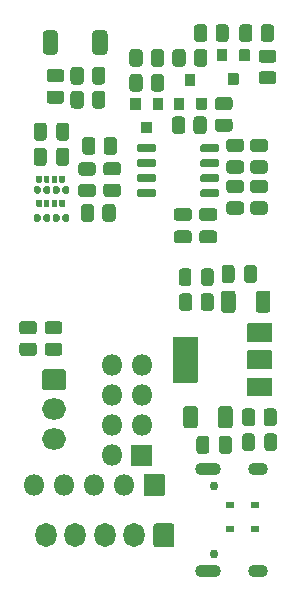
<source format=gbr>
G04 #@! TF.GenerationSoftware,KiCad,Pcbnew,5.1.8*
G04 #@! TF.CreationDate,2020-12-10T12:55:43+01:00*
G04 #@! TF.ProjectId,weather_station,77656174-6865-4725-9f73-746174696f6e,rev?*
G04 #@! TF.SameCoordinates,Original*
G04 #@! TF.FileFunction,Soldermask,Bot*
G04 #@! TF.FilePolarity,Negative*
%FSLAX46Y46*%
G04 Gerber Fmt 4.6, Leading zero omitted, Abs format (unit mm)*
G04 Created by KiCad (PCBNEW 5.1.8) date 2020-12-10 12:55:43*
%MOMM*%
%LPD*%
G01*
G04 APERTURE LIST*
%ADD10O,1.800000X2.050000*%
%ADD11C,0.750000*%
%ADD12O,1.700000X1.100000*%
%ADD13O,2.200000X1.100000*%
%ADD14O,1.800000X1.800000*%
%ADD15O,2.050000X1.800000*%
G04 APERTURE END LIST*
G36*
G01*
X141410000Y-99690000D02*
X141410000Y-100690000D01*
G75*
G02*
X141135000Y-100965000I-275000J0D01*
G01*
X140585000Y-100965000D01*
G75*
G02*
X140310000Y-100690000I0J275000D01*
G01*
X140310000Y-99690000D01*
G75*
G02*
X140585000Y-99415000I275000J0D01*
G01*
X141135000Y-99415000D01*
G75*
G02*
X141410000Y-99690000I0J-275000D01*
G01*
G37*
G36*
G01*
X143310000Y-99690000D02*
X143310000Y-100690000D01*
G75*
G02*
X143035000Y-100965000I-275000J0D01*
G01*
X142485000Y-100965000D01*
G75*
G02*
X142210000Y-100690000I0J275000D01*
G01*
X142210000Y-99690000D01*
G75*
G02*
X142485000Y-99415000I275000J0D01*
G01*
X143035000Y-99415000D01*
G75*
G02*
X143310000Y-99690000I0J-275000D01*
G01*
G37*
G36*
G01*
X140320000Y-105525000D02*
X140320000Y-105200000D01*
G75*
G02*
X140470000Y-105050000I150000J0D01*
G01*
X140770000Y-105050000D01*
G75*
G02*
X140920000Y-105200000I0J-150000D01*
G01*
X140920000Y-105525000D01*
G75*
G02*
X140770000Y-105675000I-150000J0D01*
G01*
X140470000Y-105675000D01*
G75*
G02*
X140320000Y-105525000I0J150000D01*
G01*
G37*
G36*
G01*
X141120000Y-105525000D02*
X141120000Y-105200000D01*
G75*
G02*
X141270000Y-105050000I150000J0D01*
G01*
X141570000Y-105050000D01*
G75*
G02*
X141720000Y-105200000I0J-150000D01*
G01*
X141720000Y-105525000D01*
G75*
G02*
X141570000Y-105675000I-150000J0D01*
G01*
X141270000Y-105675000D01*
G75*
G02*
X141120000Y-105525000I0J150000D01*
G01*
G37*
G36*
G01*
X141920000Y-105525000D02*
X141920000Y-105200000D01*
G75*
G02*
X142070000Y-105050000I150000J0D01*
G01*
X142370000Y-105050000D01*
G75*
G02*
X142520000Y-105200000I0J-150000D01*
G01*
X142520000Y-105525000D01*
G75*
G02*
X142370000Y-105675000I-150000J0D01*
G01*
X142070000Y-105675000D01*
G75*
G02*
X141920000Y-105525000I0J150000D01*
G01*
G37*
G36*
G01*
X142720000Y-105525000D02*
X142720000Y-105200000D01*
G75*
G02*
X142870000Y-105050000I150000J0D01*
G01*
X143170000Y-105050000D01*
G75*
G02*
X143320000Y-105200000I0J-150000D01*
G01*
X143320000Y-105525000D01*
G75*
G02*
X143170000Y-105675000I-150000J0D01*
G01*
X142870000Y-105675000D01*
G75*
G02*
X142720000Y-105525000I0J150000D01*
G01*
G37*
G36*
G01*
X142720000Y-103150000D02*
X142720000Y-102825000D01*
G75*
G02*
X142870000Y-102675000I150000J0D01*
G01*
X143170000Y-102675000D01*
G75*
G02*
X143320000Y-102825000I0J-150000D01*
G01*
X143320000Y-103150000D01*
G75*
G02*
X143170000Y-103300000I-150000J0D01*
G01*
X142870000Y-103300000D01*
G75*
G02*
X142720000Y-103150000I0J150000D01*
G01*
G37*
G36*
G01*
X141920000Y-103150000D02*
X141920000Y-102825000D01*
G75*
G02*
X142070000Y-102675000I150000J0D01*
G01*
X142370000Y-102675000D01*
G75*
G02*
X142520000Y-102825000I0J-150000D01*
G01*
X142520000Y-103150000D01*
G75*
G02*
X142370000Y-103300000I-150000J0D01*
G01*
X142070000Y-103300000D01*
G75*
G02*
X141920000Y-103150000I0J150000D01*
G01*
G37*
G36*
G01*
X141120000Y-103150000D02*
X141120000Y-102825000D01*
G75*
G02*
X141270000Y-102675000I150000J0D01*
G01*
X141570000Y-102675000D01*
G75*
G02*
X141720000Y-102825000I0J-150000D01*
G01*
X141720000Y-103150000D01*
G75*
G02*
X141570000Y-103300000I-150000J0D01*
G01*
X141270000Y-103300000D01*
G75*
G02*
X141120000Y-103150000I0J150000D01*
G01*
G37*
G36*
G01*
X140320000Y-103150000D02*
X140320000Y-102825000D01*
G75*
G02*
X140470000Y-102675000I150000J0D01*
G01*
X140770000Y-102675000D01*
G75*
G02*
X140920000Y-102825000I0J-150000D01*
G01*
X140920000Y-103150000D01*
G75*
G02*
X140770000Y-103300000I-150000J0D01*
G01*
X140470000Y-103300000D01*
G75*
G02*
X140320000Y-103150000I0J150000D01*
G01*
G37*
G36*
G01*
X152230000Y-131479705D02*
X152230000Y-133000295D01*
G75*
G02*
X151965295Y-133265000I-264705J0D01*
G01*
X150694705Y-133265000D01*
G75*
G02*
X150430000Y-133000295I0J264705D01*
G01*
X150430000Y-131479705D01*
G75*
G02*
X150694705Y-131215000I264705J0D01*
G01*
X151965295Y-131215000D01*
G75*
G02*
X152230000Y-131479705I0J-264705D01*
G01*
G37*
D10*
X148830000Y-132240000D03*
X146330000Y-132240000D03*
X143830000Y-132240000D03*
X141330000Y-132240000D03*
G36*
G01*
X157270000Y-131495000D02*
X157270000Y-131945000D01*
G75*
G02*
X157220000Y-131995000I-50000J0D01*
G01*
X156620000Y-131995000D01*
G75*
G02*
X156570000Y-131945000I0J50000D01*
G01*
X156570000Y-131495000D01*
G75*
G02*
X156620000Y-131445000I50000J0D01*
G01*
X157220000Y-131445000D01*
G75*
G02*
X157270000Y-131495000I0J-50000D01*
G01*
G37*
G36*
G01*
X159370000Y-131495000D02*
X159370000Y-131945000D01*
G75*
G02*
X159320000Y-131995000I-50000J0D01*
G01*
X158720000Y-131995000D01*
G75*
G02*
X158670000Y-131945000I0J50000D01*
G01*
X158670000Y-131495000D01*
G75*
G02*
X158720000Y-131445000I50000J0D01*
G01*
X159320000Y-131445000D01*
G75*
G02*
X159370000Y-131495000I0J-50000D01*
G01*
G37*
G36*
G01*
X141070000Y-91235000D02*
X141070000Y-89785000D01*
G75*
G02*
X141395000Y-89460000I325000J0D01*
G01*
X142045000Y-89460000D01*
G75*
G02*
X142370000Y-89785000I0J-325000D01*
G01*
X142370000Y-91235000D01*
G75*
G02*
X142045000Y-91560000I-325000J0D01*
G01*
X141395000Y-91560000D01*
G75*
G02*
X141070000Y-91235000I0J325000D01*
G01*
G37*
G36*
G01*
X145270000Y-91235000D02*
X145270000Y-89785000D01*
G75*
G02*
X145595000Y-89460000I325000J0D01*
G01*
X146245000Y-89460000D01*
G75*
G02*
X146570000Y-89785000I0J-325000D01*
G01*
X146570000Y-91235000D01*
G75*
G02*
X146245000Y-91560000I-325000J0D01*
G01*
X145595000Y-91560000D01*
G75*
G02*
X145270000Y-91235000I0J325000D01*
G01*
G37*
G36*
G01*
X154385000Y-103450000D02*
X154385000Y-103100000D01*
G75*
G02*
X154560000Y-102925000I175000J0D01*
G01*
X155860000Y-102925000D01*
G75*
G02*
X156035000Y-103100000I0J-175000D01*
G01*
X156035000Y-103450000D01*
G75*
G02*
X155860000Y-103625000I-175000J0D01*
G01*
X154560000Y-103625000D01*
G75*
G02*
X154385000Y-103450000I0J175000D01*
G01*
G37*
G36*
G01*
X154385000Y-102180000D02*
X154385000Y-101830000D01*
G75*
G02*
X154560000Y-101655000I175000J0D01*
G01*
X155860000Y-101655000D01*
G75*
G02*
X156035000Y-101830000I0J-175000D01*
G01*
X156035000Y-102180000D01*
G75*
G02*
X155860000Y-102355000I-175000J0D01*
G01*
X154560000Y-102355000D01*
G75*
G02*
X154385000Y-102180000I0J175000D01*
G01*
G37*
G36*
G01*
X154385000Y-100910000D02*
X154385000Y-100560000D01*
G75*
G02*
X154560000Y-100385000I175000J0D01*
G01*
X155860000Y-100385000D01*
G75*
G02*
X156035000Y-100560000I0J-175000D01*
G01*
X156035000Y-100910000D01*
G75*
G02*
X155860000Y-101085000I-175000J0D01*
G01*
X154560000Y-101085000D01*
G75*
G02*
X154385000Y-100910000I0J175000D01*
G01*
G37*
G36*
G01*
X154385000Y-99640000D02*
X154385000Y-99290000D01*
G75*
G02*
X154560000Y-99115000I175000J0D01*
G01*
X155860000Y-99115000D01*
G75*
G02*
X156035000Y-99290000I0J-175000D01*
G01*
X156035000Y-99640000D01*
G75*
G02*
X155860000Y-99815000I-175000J0D01*
G01*
X154560000Y-99815000D01*
G75*
G02*
X154385000Y-99640000I0J175000D01*
G01*
G37*
G36*
G01*
X149035000Y-99640000D02*
X149035000Y-99290000D01*
G75*
G02*
X149210000Y-99115000I175000J0D01*
G01*
X150510000Y-99115000D01*
G75*
G02*
X150685000Y-99290000I0J-175000D01*
G01*
X150685000Y-99640000D01*
G75*
G02*
X150510000Y-99815000I-175000J0D01*
G01*
X149210000Y-99815000D01*
G75*
G02*
X149035000Y-99640000I0J175000D01*
G01*
G37*
G36*
G01*
X149035000Y-100910000D02*
X149035000Y-100560000D01*
G75*
G02*
X149210000Y-100385000I175000J0D01*
G01*
X150510000Y-100385000D01*
G75*
G02*
X150685000Y-100560000I0J-175000D01*
G01*
X150685000Y-100910000D01*
G75*
G02*
X150510000Y-101085000I-175000J0D01*
G01*
X149210000Y-101085000D01*
G75*
G02*
X149035000Y-100910000I0J175000D01*
G01*
G37*
G36*
G01*
X149035000Y-102180000D02*
X149035000Y-101830000D01*
G75*
G02*
X149210000Y-101655000I175000J0D01*
G01*
X150510000Y-101655000D01*
G75*
G02*
X150685000Y-101830000I0J-175000D01*
G01*
X150685000Y-102180000D01*
G75*
G02*
X150510000Y-102355000I-175000J0D01*
G01*
X149210000Y-102355000D01*
G75*
G02*
X149035000Y-102180000I0J175000D01*
G01*
G37*
G36*
G01*
X149035000Y-103450000D02*
X149035000Y-103100000D01*
G75*
G02*
X149210000Y-102925000I175000J0D01*
G01*
X150510000Y-102925000D01*
G75*
G02*
X150685000Y-103100000I0J-175000D01*
G01*
X150685000Y-103450000D01*
G75*
G02*
X150510000Y-103625000I-175000J0D01*
G01*
X149210000Y-103625000D01*
G75*
G02*
X149035000Y-103450000I0J175000D01*
G01*
G37*
D11*
X155595000Y-133860000D03*
X155595000Y-128080000D03*
D12*
X159275000Y-126650000D03*
X159275000Y-135290000D03*
D13*
X155095000Y-126650000D03*
X155095000Y-135290000D03*
G36*
G01*
X154185000Y-115480000D02*
X154185000Y-119280000D01*
G75*
G02*
X154135000Y-119330000I-50000J0D01*
G01*
X152135000Y-119330000D01*
G75*
G02*
X152085000Y-119280000I0J50000D01*
G01*
X152085000Y-115480000D01*
G75*
G02*
X152135000Y-115430000I50000J0D01*
G01*
X154135000Y-115430000D01*
G75*
G02*
X154185000Y-115480000I0J-50000D01*
G01*
G37*
G36*
G01*
X160485000Y-116630000D02*
X160485000Y-118130000D01*
G75*
G02*
X160435000Y-118180000I-50000J0D01*
G01*
X158435000Y-118180000D01*
G75*
G02*
X158385000Y-118130000I0J50000D01*
G01*
X158385000Y-116630000D01*
G75*
G02*
X158435000Y-116580000I50000J0D01*
G01*
X160435000Y-116580000D01*
G75*
G02*
X160485000Y-116630000I0J-50000D01*
G01*
G37*
G36*
G01*
X160485000Y-118930000D02*
X160485000Y-120430000D01*
G75*
G02*
X160435000Y-120480000I-50000J0D01*
G01*
X158435000Y-120480000D01*
G75*
G02*
X158385000Y-120430000I0J50000D01*
G01*
X158385000Y-118930000D01*
G75*
G02*
X158435000Y-118880000I50000J0D01*
G01*
X160435000Y-118880000D01*
G75*
G02*
X160485000Y-118930000I0J-50000D01*
G01*
G37*
G36*
G01*
X160485000Y-114330000D02*
X160485000Y-115830000D01*
G75*
G02*
X160435000Y-115880000I-50000J0D01*
G01*
X158435000Y-115880000D01*
G75*
G02*
X158385000Y-115830000I0J50000D01*
G01*
X158385000Y-114330000D01*
G75*
G02*
X158435000Y-114280000I50000J0D01*
G01*
X160435000Y-114280000D01*
G75*
G02*
X160485000Y-114330000I0J-50000D01*
G01*
G37*
G36*
G01*
X150365000Y-124605000D02*
X150365000Y-126305000D01*
G75*
G02*
X150315000Y-126355000I-50000J0D01*
G01*
X148615000Y-126355000D01*
G75*
G02*
X148565000Y-126305000I0J50000D01*
G01*
X148565000Y-124605000D01*
G75*
G02*
X148615000Y-124555000I50000J0D01*
G01*
X150315000Y-124555000D01*
G75*
G02*
X150365000Y-124605000I0J-50000D01*
G01*
G37*
D14*
X146925000Y-125455000D03*
X149465000Y-122915000D03*
X146925000Y-122915000D03*
X149465000Y-120375000D03*
X146925000Y-120375000D03*
X149465000Y-117835000D03*
X146925000Y-117835000D03*
G36*
G01*
X151360000Y-128880000D02*
X149660000Y-128880000D01*
G75*
G02*
X149610000Y-128830000I0J50000D01*
G01*
X149610000Y-127130000D01*
G75*
G02*
X149660000Y-127080000I50000J0D01*
G01*
X151360000Y-127080000D01*
G75*
G02*
X151410000Y-127130000I0J-50000D01*
G01*
X151410000Y-128830000D01*
G75*
G02*
X151360000Y-128880000I-50000J0D01*
G01*
G37*
X147970000Y-127980000D03*
X145430000Y-127980000D03*
X142890000Y-127980000D03*
X140350000Y-127980000D03*
G36*
G01*
X152015000Y-97985612D02*
X152015000Y-97034388D01*
G75*
G02*
X152289388Y-96760000I274388J0D01*
G01*
X152865612Y-96760000D01*
G75*
G02*
X153140000Y-97034388I0J-274388D01*
G01*
X153140000Y-97985612D01*
G75*
G02*
X152865612Y-98260000I-274388J0D01*
G01*
X152289388Y-98260000D01*
G75*
G02*
X152015000Y-97985612I0J274388D01*
G01*
G37*
G36*
G01*
X153840000Y-97985612D02*
X153840000Y-97034388D01*
G75*
G02*
X154114388Y-96760000I274388J0D01*
G01*
X154690612Y-96760000D01*
G75*
G02*
X154965000Y-97034388I0J-274388D01*
G01*
X154965000Y-97985612D01*
G75*
G02*
X154690612Y-98260000I-274388J0D01*
G01*
X154114388Y-98260000D01*
G75*
G02*
X153840000Y-97985612I0J274388D01*
G01*
G37*
G36*
G01*
X159380000Y-129445000D02*
X159380000Y-129895000D01*
G75*
G02*
X159330000Y-129945000I-50000J0D01*
G01*
X158730000Y-129945000D01*
G75*
G02*
X158680000Y-129895000I0J50000D01*
G01*
X158680000Y-129445000D01*
G75*
G02*
X158730000Y-129395000I50000J0D01*
G01*
X159330000Y-129395000D01*
G75*
G02*
X159380000Y-129445000I0J-50000D01*
G01*
G37*
G36*
G01*
X157280000Y-129445000D02*
X157280000Y-129895000D01*
G75*
G02*
X157230000Y-129945000I-50000J0D01*
G01*
X156630000Y-129945000D01*
G75*
G02*
X156580000Y-129895000I0J50000D01*
G01*
X156580000Y-129445000D01*
G75*
G02*
X156630000Y-129395000I50000J0D01*
G01*
X157230000Y-129395000D01*
G75*
G02*
X157280000Y-129445000I0J-50000D01*
G01*
G37*
G36*
G01*
X159840000Y-124841250D02*
X159840000Y-123878750D01*
G75*
G02*
X160108750Y-123610000I268750J0D01*
G01*
X160646250Y-123610000D01*
G75*
G02*
X160915000Y-123878750I0J-268750D01*
G01*
X160915000Y-124841250D01*
G75*
G02*
X160646250Y-125110000I-268750J0D01*
G01*
X160108750Y-125110000D01*
G75*
G02*
X159840000Y-124841250I0J268750D01*
G01*
G37*
G36*
G01*
X157965000Y-124841250D02*
X157965000Y-123878750D01*
G75*
G02*
X158233750Y-123610000I268750J0D01*
G01*
X158771250Y-123610000D01*
G75*
G02*
X159040000Y-123878750I0J-268750D01*
G01*
X159040000Y-124841250D01*
G75*
G02*
X158771250Y-125110000I-268750J0D01*
G01*
X158233750Y-125110000D01*
G75*
G02*
X157965000Y-124841250I0J268750D01*
G01*
G37*
G36*
G01*
X157840612Y-105085000D02*
X156889388Y-105085000D01*
G75*
G02*
X156615000Y-104810612I0J274388D01*
G01*
X156615000Y-104234388D01*
G75*
G02*
X156889388Y-103960000I274388J0D01*
G01*
X157840612Y-103960000D01*
G75*
G02*
X158115000Y-104234388I0J-274388D01*
G01*
X158115000Y-104810612D01*
G75*
G02*
X157840612Y-105085000I-274388J0D01*
G01*
G37*
G36*
G01*
X157840612Y-103260000D02*
X156889388Y-103260000D01*
G75*
G02*
X156615000Y-102985612I0J274388D01*
G01*
X156615000Y-102409388D01*
G75*
G02*
X156889388Y-102135000I274388J0D01*
G01*
X157840612Y-102135000D01*
G75*
G02*
X158115000Y-102409388I0J-274388D01*
G01*
X158115000Y-102985612D01*
G75*
G02*
X157840612Y-103260000I-274388J0D01*
G01*
G37*
G36*
G01*
X144344388Y-100650000D02*
X145295612Y-100650000D01*
G75*
G02*
X145570000Y-100924388I0J-274388D01*
G01*
X145570000Y-101500612D01*
G75*
G02*
X145295612Y-101775000I-274388J0D01*
G01*
X144344388Y-101775000D01*
G75*
G02*
X144070000Y-101500612I0J274388D01*
G01*
X144070000Y-100924388D01*
G75*
G02*
X144344388Y-100650000I274388J0D01*
G01*
G37*
G36*
G01*
X144344388Y-102475000D02*
X145295612Y-102475000D01*
G75*
G02*
X145570000Y-102749388I0J-274388D01*
G01*
X145570000Y-103325612D01*
G75*
G02*
X145295612Y-103600000I-274388J0D01*
G01*
X144344388Y-103600000D01*
G75*
G02*
X144070000Y-103325612I0J274388D01*
G01*
X144070000Y-102749388D01*
G75*
G02*
X144344388Y-102475000I274388J0D01*
G01*
G37*
G36*
G01*
X159865612Y-103260000D02*
X158914388Y-103260000D01*
G75*
G02*
X158640000Y-102985612I0J274388D01*
G01*
X158640000Y-102409388D01*
G75*
G02*
X158914388Y-102135000I274388J0D01*
G01*
X159865612Y-102135000D01*
G75*
G02*
X160140000Y-102409388I0J-274388D01*
G01*
X160140000Y-102985612D01*
G75*
G02*
X159865612Y-103260000I-274388J0D01*
G01*
G37*
G36*
G01*
X159865612Y-105085000D02*
X158914388Y-105085000D01*
G75*
G02*
X158640000Y-104810612I0J274388D01*
G01*
X158640000Y-104234388D01*
G75*
G02*
X158914388Y-103960000I274388J0D01*
G01*
X159865612Y-103960000D01*
G75*
G02*
X160140000Y-104234388I0J-274388D01*
G01*
X160140000Y-104810612D01*
G75*
G02*
X159865612Y-105085000I-274388J0D01*
G01*
G37*
G36*
G01*
X155705000Y-90190612D02*
X155705000Y-89239388D01*
G75*
G02*
X155979388Y-88965000I274388J0D01*
G01*
X156555612Y-88965000D01*
G75*
G02*
X156830000Y-89239388I0J-274388D01*
G01*
X156830000Y-90190612D01*
G75*
G02*
X156555612Y-90465000I-274388J0D01*
G01*
X155979388Y-90465000D01*
G75*
G02*
X155705000Y-90190612I0J274388D01*
G01*
G37*
G36*
G01*
X153880000Y-90190612D02*
X153880000Y-89239388D01*
G75*
G02*
X154154388Y-88965000I274388J0D01*
G01*
X154730612Y-88965000D01*
G75*
G02*
X155005000Y-89239388I0J-274388D01*
G01*
X155005000Y-90190612D01*
G75*
G02*
X154730612Y-90465000I-274388J0D01*
G01*
X154154388Y-90465000D01*
G75*
G02*
X153880000Y-90190612I0J274388D01*
G01*
G37*
G36*
G01*
X157160000Y-121551738D02*
X157160000Y-122908262D01*
G75*
G02*
X156888262Y-123180000I-271738J0D01*
G01*
X156181738Y-123180000D01*
G75*
G02*
X155910000Y-122908262I0J271738D01*
G01*
X155910000Y-121551738D01*
G75*
G02*
X156181738Y-121280000I271738J0D01*
G01*
X156888262Y-121280000D01*
G75*
G02*
X157160000Y-121551738I0J-271738D01*
G01*
G37*
G36*
G01*
X154210000Y-121551738D02*
X154210000Y-122908262D01*
G75*
G02*
X153938262Y-123180000I-271738J0D01*
G01*
X153231738Y-123180000D01*
G75*
G02*
X152960000Y-122908262I0J271738D01*
G01*
X152960000Y-121551738D01*
G75*
G02*
X153231738Y-121280000I271738J0D01*
G01*
X153938262Y-121280000D01*
G75*
G02*
X154210000Y-121551738I0J-271738D01*
G01*
G37*
G36*
G01*
X155185000Y-124080000D02*
X155185000Y-125080000D01*
G75*
G02*
X154910000Y-125355000I-275000J0D01*
G01*
X154360000Y-125355000D01*
G75*
G02*
X154085000Y-125080000I0J275000D01*
G01*
X154085000Y-124080000D01*
G75*
G02*
X154360000Y-123805000I275000J0D01*
G01*
X154910000Y-123805000D01*
G75*
G02*
X155185000Y-124080000I0J-275000D01*
G01*
G37*
G36*
G01*
X157085000Y-124080000D02*
X157085000Y-125080000D01*
G75*
G02*
X156810000Y-125355000I-275000J0D01*
G01*
X156260000Y-125355000D01*
G75*
G02*
X155985000Y-125080000I0J275000D01*
G01*
X155985000Y-124080000D01*
G75*
G02*
X156260000Y-123805000I275000J0D01*
G01*
X156810000Y-123805000D01*
G75*
G02*
X157085000Y-124080000I0J-275000D01*
G01*
G37*
G36*
G01*
X156230000Y-110610000D02*
X156230000Y-109610000D01*
G75*
G02*
X156505000Y-109335000I275000J0D01*
G01*
X157055000Y-109335000D01*
G75*
G02*
X157330000Y-109610000I0J-275000D01*
G01*
X157330000Y-110610000D01*
G75*
G02*
X157055000Y-110885000I-275000J0D01*
G01*
X156505000Y-110885000D01*
G75*
G02*
X156230000Y-110610000I0J275000D01*
G01*
G37*
G36*
G01*
X158130000Y-110610000D02*
X158130000Y-109610000D01*
G75*
G02*
X158405000Y-109335000I275000J0D01*
G01*
X158955000Y-109335000D01*
G75*
G02*
X159230000Y-109610000I0J-275000D01*
G01*
X159230000Y-110610000D01*
G75*
G02*
X158955000Y-110885000I-275000J0D01*
G01*
X158405000Y-110885000D01*
G75*
G02*
X158130000Y-110610000I0J275000D01*
G01*
G37*
G36*
G01*
X159105000Y-113138262D02*
X159105000Y-111781738D01*
G75*
G02*
X159376738Y-111510000I271738J0D01*
G01*
X160083262Y-111510000D01*
G75*
G02*
X160355000Y-111781738I0J-271738D01*
G01*
X160355000Y-113138262D01*
G75*
G02*
X160083262Y-113410000I-271738J0D01*
G01*
X159376738Y-113410000D01*
G75*
G02*
X159105000Y-113138262I0J271738D01*
G01*
G37*
G36*
G01*
X156155000Y-113138262D02*
X156155000Y-111781738D01*
G75*
G02*
X156426738Y-111510000I271738J0D01*
G01*
X157133262Y-111510000D01*
G75*
G02*
X157405000Y-111781738I0J-271738D01*
G01*
X157405000Y-113138262D01*
G75*
G02*
X157133262Y-113410000I-271738J0D01*
G01*
X156426738Y-113410000D01*
G75*
G02*
X156155000Y-113138262I0J271738D01*
G01*
G37*
G36*
G01*
X152435000Y-106420000D02*
X153435000Y-106420000D01*
G75*
G02*
X153710000Y-106695000I0J-275000D01*
G01*
X153710000Y-107245000D01*
G75*
G02*
X153435000Y-107520000I-275000J0D01*
G01*
X152435000Y-107520000D01*
G75*
G02*
X152160000Y-107245000I0J275000D01*
G01*
X152160000Y-106695000D01*
G75*
G02*
X152435000Y-106420000I275000J0D01*
G01*
G37*
G36*
G01*
X152435000Y-104520000D02*
X153435000Y-104520000D01*
G75*
G02*
X153710000Y-104795000I0J-275000D01*
G01*
X153710000Y-105345000D01*
G75*
G02*
X153435000Y-105620000I-275000J0D01*
G01*
X152435000Y-105620000D01*
G75*
G02*
X152160000Y-105345000I0J275000D01*
G01*
X152160000Y-104795000D01*
G75*
G02*
X152435000Y-104520000I275000J0D01*
G01*
G37*
G36*
G01*
X154585000Y-106420000D02*
X155585000Y-106420000D01*
G75*
G02*
X155860000Y-106695000I0J-275000D01*
G01*
X155860000Y-107245000D01*
G75*
G02*
X155585000Y-107520000I-275000J0D01*
G01*
X154585000Y-107520000D01*
G75*
G02*
X154310000Y-107245000I0J275000D01*
G01*
X154310000Y-106695000D01*
G75*
G02*
X154585000Y-106420000I275000J0D01*
G01*
G37*
G36*
G01*
X154585000Y-104520000D02*
X155585000Y-104520000D01*
G75*
G02*
X155860000Y-104795000I0J-275000D01*
G01*
X155860000Y-105345000D01*
G75*
G02*
X155585000Y-105620000I-275000J0D01*
G01*
X154585000Y-105620000D01*
G75*
G02*
X154310000Y-105345000I0J275000D01*
G01*
X154310000Y-104795000D01*
G75*
G02*
X154585000Y-104520000I275000J0D01*
G01*
G37*
G36*
G01*
X141420000Y-97560000D02*
X141420000Y-98560000D01*
G75*
G02*
X141145000Y-98835000I-275000J0D01*
G01*
X140595000Y-98835000D01*
G75*
G02*
X140320000Y-98560000I0J275000D01*
G01*
X140320000Y-97560000D01*
G75*
G02*
X140595000Y-97285000I275000J0D01*
G01*
X141145000Y-97285000D01*
G75*
G02*
X141420000Y-97560000I0J-275000D01*
G01*
G37*
G36*
G01*
X143320000Y-97560000D02*
X143320000Y-98560000D01*
G75*
G02*
X143045000Y-98835000I-275000J0D01*
G01*
X142495000Y-98835000D01*
G75*
G02*
X142220000Y-98560000I0J275000D01*
G01*
X142220000Y-97560000D01*
G75*
G02*
X142495000Y-97285000I275000J0D01*
G01*
X143045000Y-97285000D01*
G75*
G02*
X143320000Y-97560000I0J-275000D01*
G01*
G37*
G36*
G01*
X155545000Y-109898750D02*
X155545000Y-110861250D01*
G75*
G02*
X155276250Y-111130000I-268750J0D01*
G01*
X154738750Y-111130000D01*
G75*
G02*
X154470000Y-110861250I0J268750D01*
G01*
X154470000Y-109898750D01*
G75*
G02*
X154738750Y-109630000I268750J0D01*
G01*
X155276250Y-109630000D01*
G75*
G02*
X155545000Y-109898750I0J-268750D01*
G01*
G37*
G36*
G01*
X153670000Y-109898750D02*
X153670000Y-110861250D01*
G75*
G02*
X153401250Y-111130000I-268750J0D01*
G01*
X152863750Y-111130000D01*
G75*
G02*
X152595000Y-110861250I0J268750D01*
G01*
X152595000Y-109898750D01*
G75*
G02*
X152863750Y-109630000I268750J0D01*
G01*
X153401250Y-109630000D01*
G75*
G02*
X153670000Y-109898750I0J-268750D01*
G01*
G37*
G36*
G01*
X141269705Y-118150000D02*
X142790295Y-118150000D01*
G75*
G02*
X143055000Y-118414705I0J-264705D01*
G01*
X143055000Y-119685295D01*
G75*
G02*
X142790295Y-119950000I-264705J0D01*
G01*
X141269705Y-119950000D01*
G75*
G02*
X141005000Y-119685295I0J264705D01*
G01*
X141005000Y-118414705D01*
G75*
G02*
X141269705Y-118150000I264705J0D01*
G01*
G37*
D15*
X142030000Y-121550000D03*
X142030000Y-124050000D03*
G36*
G01*
X155855000Y-91090000D02*
X156655000Y-91090000D01*
G75*
G02*
X156705000Y-91140000I0J-50000D01*
G01*
X156705000Y-92040000D01*
G75*
G02*
X156655000Y-92090000I-50000J0D01*
G01*
X155855000Y-92090000D01*
G75*
G02*
X155805000Y-92040000I0J50000D01*
G01*
X155805000Y-91140000D01*
G75*
G02*
X155855000Y-91090000I50000J0D01*
G01*
G37*
G36*
G01*
X157755000Y-91090000D02*
X158555000Y-91090000D01*
G75*
G02*
X158605000Y-91140000I0J-50000D01*
G01*
X158605000Y-92040000D01*
G75*
G02*
X158555000Y-92090000I-50000J0D01*
G01*
X157755000Y-92090000D01*
G75*
G02*
X157705000Y-92040000I0J50000D01*
G01*
X157705000Y-91140000D01*
G75*
G02*
X157755000Y-91090000I50000J0D01*
G01*
G37*
G36*
G01*
X156805000Y-93090000D02*
X157605000Y-93090000D01*
G75*
G02*
X157655000Y-93140000I0J-50000D01*
G01*
X157655000Y-94040000D01*
G75*
G02*
X157605000Y-94090000I-50000J0D01*
G01*
X156805000Y-94090000D01*
G75*
G02*
X156755000Y-94040000I0J50000D01*
G01*
X156755000Y-93140000D01*
G75*
G02*
X156805000Y-93090000I50000J0D01*
G01*
G37*
G36*
G01*
X148530000Y-95215000D02*
X149330000Y-95215000D01*
G75*
G02*
X149380000Y-95265000I0J-50000D01*
G01*
X149380000Y-96165000D01*
G75*
G02*
X149330000Y-96215000I-50000J0D01*
G01*
X148530000Y-96215000D01*
G75*
G02*
X148480000Y-96165000I0J50000D01*
G01*
X148480000Y-95265000D01*
G75*
G02*
X148530000Y-95215000I50000J0D01*
G01*
G37*
G36*
G01*
X150430000Y-95215000D02*
X151230000Y-95215000D01*
G75*
G02*
X151280000Y-95265000I0J-50000D01*
G01*
X151280000Y-96165000D01*
G75*
G02*
X151230000Y-96215000I-50000J0D01*
G01*
X150430000Y-96215000D01*
G75*
G02*
X150380000Y-96165000I0J50000D01*
G01*
X150380000Y-95265000D01*
G75*
G02*
X150430000Y-95215000I50000J0D01*
G01*
G37*
G36*
G01*
X149480000Y-97215000D02*
X150280000Y-97215000D01*
G75*
G02*
X150330000Y-97265000I0J-50000D01*
G01*
X150330000Y-98165000D01*
G75*
G02*
X150280000Y-98215000I-50000J0D01*
G01*
X149480000Y-98215000D01*
G75*
G02*
X149430000Y-98165000I0J50000D01*
G01*
X149430000Y-97265000D01*
G75*
G02*
X149480000Y-97215000I50000J0D01*
G01*
G37*
G36*
G01*
X153955000Y-94190000D02*
X153155000Y-94190000D01*
G75*
G02*
X153105000Y-94140000I0J50000D01*
G01*
X153105000Y-93240000D01*
G75*
G02*
X153155000Y-93190000I50000J0D01*
G01*
X153955000Y-93190000D01*
G75*
G02*
X154005000Y-93240000I0J-50000D01*
G01*
X154005000Y-94140000D01*
G75*
G02*
X153955000Y-94190000I-50000J0D01*
G01*
G37*
G36*
G01*
X153005000Y-96190000D02*
X152205000Y-96190000D01*
G75*
G02*
X152155000Y-96140000I0J50000D01*
G01*
X152155000Y-95240000D01*
G75*
G02*
X152205000Y-95190000I50000J0D01*
G01*
X153005000Y-95190000D01*
G75*
G02*
X153055000Y-95240000I0J-50000D01*
G01*
X153055000Y-96140000D01*
G75*
G02*
X153005000Y-96190000I-50000J0D01*
G01*
G37*
G36*
G01*
X154905000Y-96190000D02*
X154105000Y-96190000D01*
G75*
G02*
X154055000Y-96140000I0J50000D01*
G01*
X154055000Y-95240000D01*
G75*
G02*
X154105000Y-95190000I50000J0D01*
G01*
X154905000Y-95190000D01*
G75*
G02*
X154955000Y-95240000I0J-50000D01*
G01*
X154955000Y-96140000D01*
G75*
G02*
X154905000Y-96190000I-50000J0D01*
G01*
G37*
G36*
G01*
X144550000Y-94874388D02*
X144550000Y-95825612D01*
G75*
G02*
X144275612Y-96100000I-274388J0D01*
G01*
X143699388Y-96100000D01*
G75*
G02*
X143425000Y-95825612I0J274388D01*
G01*
X143425000Y-94874388D01*
G75*
G02*
X143699388Y-94600000I274388J0D01*
G01*
X144275612Y-94600000D01*
G75*
G02*
X144550000Y-94874388I0J-274388D01*
G01*
G37*
G36*
G01*
X146375000Y-94874388D02*
X146375000Y-95825612D01*
G75*
G02*
X146100612Y-96100000I-274388J0D01*
G01*
X145524388Y-96100000D01*
G75*
G02*
X145250000Y-95825612I0J274388D01*
G01*
X145250000Y-94874388D01*
G75*
G02*
X145524388Y-94600000I274388J0D01*
G01*
X146100612Y-94600000D01*
G75*
G02*
X146375000Y-94874388I0J-274388D01*
G01*
G37*
G36*
G01*
X143425000Y-93800612D02*
X143425000Y-92849388D01*
G75*
G02*
X143699388Y-92575000I274388J0D01*
G01*
X144275612Y-92575000D01*
G75*
G02*
X144550000Y-92849388I0J-274388D01*
G01*
X144550000Y-93800612D01*
G75*
G02*
X144275612Y-94075000I-274388J0D01*
G01*
X143699388Y-94075000D01*
G75*
G02*
X143425000Y-93800612I0J274388D01*
G01*
G37*
G36*
G01*
X145250000Y-93800612D02*
X145250000Y-92849388D01*
G75*
G02*
X145524388Y-92575000I274388J0D01*
G01*
X146100612Y-92575000D01*
G75*
G02*
X146375000Y-92849388I0J-274388D01*
G01*
X146375000Y-93800612D01*
G75*
G02*
X146100612Y-94075000I-274388J0D01*
G01*
X145524388Y-94075000D01*
G75*
G02*
X145250000Y-93800612I0J274388D01*
G01*
G37*
G36*
G01*
X140305612Y-115220000D02*
X139354388Y-115220000D01*
G75*
G02*
X139080000Y-114945612I0J274388D01*
G01*
X139080000Y-114369388D01*
G75*
G02*
X139354388Y-114095000I274388J0D01*
G01*
X140305612Y-114095000D01*
G75*
G02*
X140580000Y-114369388I0J-274388D01*
G01*
X140580000Y-114945612D01*
G75*
G02*
X140305612Y-115220000I-274388J0D01*
G01*
G37*
G36*
G01*
X140305612Y-117045000D02*
X139354388Y-117045000D01*
G75*
G02*
X139080000Y-116770612I0J274388D01*
G01*
X139080000Y-116194388D01*
G75*
G02*
X139354388Y-115920000I274388J0D01*
G01*
X140305612Y-115920000D01*
G75*
G02*
X140580000Y-116194388I0J-274388D01*
G01*
X140580000Y-116770612D01*
G75*
G02*
X140305612Y-117045000I-274388J0D01*
G01*
G37*
G36*
G01*
X141504388Y-114095000D02*
X142455612Y-114095000D01*
G75*
G02*
X142730000Y-114369388I0J-274388D01*
G01*
X142730000Y-114945612D01*
G75*
G02*
X142455612Y-115220000I-274388J0D01*
G01*
X141504388Y-115220000D01*
G75*
G02*
X141230000Y-114945612I0J274388D01*
G01*
X141230000Y-114369388D01*
G75*
G02*
X141504388Y-114095000I274388J0D01*
G01*
G37*
G36*
G01*
X141504388Y-115920000D02*
X142455612Y-115920000D01*
G75*
G02*
X142730000Y-116194388I0J-274388D01*
G01*
X142730000Y-116770612D01*
G75*
G02*
X142455612Y-117045000I-274388J0D01*
G01*
X141504388Y-117045000D01*
G75*
G02*
X141230000Y-116770612I0J274388D01*
G01*
X141230000Y-116194388D01*
G75*
G02*
X141504388Y-115920000I274388J0D01*
G01*
G37*
G36*
G01*
X146474388Y-100637500D02*
X147425612Y-100637500D01*
G75*
G02*
X147700000Y-100911888I0J-274388D01*
G01*
X147700000Y-101488112D01*
G75*
G02*
X147425612Y-101762500I-274388J0D01*
G01*
X146474388Y-101762500D01*
G75*
G02*
X146200000Y-101488112I0J274388D01*
G01*
X146200000Y-100911888D01*
G75*
G02*
X146474388Y-100637500I274388J0D01*
G01*
G37*
G36*
G01*
X146474388Y-102462500D02*
X147425612Y-102462500D01*
G75*
G02*
X147700000Y-102736888I0J-274388D01*
G01*
X147700000Y-103313112D01*
G75*
G02*
X147425612Y-103587500I-274388J0D01*
G01*
X146474388Y-103587500D01*
G75*
G02*
X146200000Y-103313112I0J274388D01*
G01*
X146200000Y-102736888D01*
G75*
G02*
X146474388Y-102462500I274388J0D01*
G01*
G37*
G36*
G01*
X141674388Y-94575000D02*
X142625612Y-94575000D01*
G75*
G02*
X142900000Y-94849388I0J-274388D01*
G01*
X142900000Y-95425612D01*
G75*
G02*
X142625612Y-95700000I-274388J0D01*
G01*
X141674388Y-95700000D01*
G75*
G02*
X141400000Y-95425612I0J274388D01*
G01*
X141400000Y-94849388D01*
G75*
G02*
X141674388Y-94575000I274388J0D01*
G01*
G37*
G36*
G01*
X141674388Y-92750000D02*
X142625612Y-92750000D01*
G75*
G02*
X142900000Y-93024388I0J-274388D01*
G01*
X142900000Y-93600612D01*
G75*
G02*
X142625612Y-93875000I-274388J0D01*
G01*
X141674388Y-93875000D01*
G75*
G02*
X141400000Y-93600612I0J274388D01*
G01*
X141400000Y-93024388D01*
G75*
G02*
X141674388Y-92750000I274388J0D01*
G01*
G37*
G36*
G01*
X155565000Y-112014388D02*
X155565000Y-112965612D01*
G75*
G02*
X155290612Y-113240000I-274388J0D01*
G01*
X154714388Y-113240000D01*
G75*
G02*
X154440000Y-112965612I0J274388D01*
G01*
X154440000Y-112014388D01*
G75*
G02*
X154714388Y-111740000I274388J0D01*
G01*
X155290612Y-111740000D01*
G75*
G02*
X155565000Y-112014388I0J-274388D01*
G01*
G37*
G36*
G01*
X153740000Y-112014388D02*
X153740000Y-112965612D01*
G75*
G02*
X153465612Y-113240000I-274388J0D01*
G01*
X152889388Y-113240000D01*
G75*
G02*
X152615000Y-112965612I0J274388D01*
G01*
X152615000Y-112014388D01*
G75*
G02*
X152889388Y-111740000I274388J0D01*
G01*
X153465612Y-111740000D01*
G75*
G02*
X153740000Y-112014388I0J-274388D01*
G01*
G37*
G36*
G01*
X157945000Y-122715612D02*
X157945000Y-121764388D01*
G75*
G02*
X158219388Y-121490000I274388J0D01*
G01*
X158795612Y-121490000D01*
G75*
G02*
X159070000Y-121764388I0J-274388D01*
G01*
X159070000Y-122715612D01*
G75*
G02*
X158795612Y-122990000I-274388J0D01*
G01*
X158219388Y-122990000D01*
G75*
G02*
X157945000Y-122715612I0J274388D01*
G01*
G37*
G36*
G01*
X159770000Y-122715612D02*
X159770000Y-121764388D01*
G75*
G02*
X160044388Y-121490000I274388J0D01*
G01*
X160620612Y-121490000D01*
G75*
G02*
X160895000Y-121764388I0J-274388D01*
G01*
X160895000Y-122715612D01*
G75*
G02*
X160620612Y-122990000I-274388J0D01*
G01*
X160044388Y-122990000D01*
G75*
G02*
X159770000Y-122715612I0J274388D01*
G01*
G37*
G36*
G01*
X159629388Y-92940000D02*
X160580612Y-92940000D01*
G75*
G02*
X160855000Y-93214388I0J-274388D01*
G01*
X160855000Y-93790612D01*
G75*
G02*
X160580612Y-94065000I-274388J0D01*
G01*
X159629388Y-94065000D01*
G75*
G02*
X159355000Y-93790612I0J274388D01*
G01*
X159355000Y-93214388D01*
G75*
G02*
X159629388Y-92940000I274388J0D01*
G01*
G37*
G36*
G01*
X159629388Y-91115000D02*
X160580612Y-91115000D01*
G75*
G02*
X160855000Y-91389388I0J-274388D01*
G01*
X160855000Y-91965612D01*
G75*
G02*
X160580612Y-92240000I-274388J0D01*
G01*
X159629388Y-92240000D01*
G75*
G02*
X159355000Y-91965612I0J274388D01*
G01*
X159355000Y-91389388D01*
G75*
G02*
X159629388Y-91115000I274388J0D01*
G01*
G37*
G36*
G01*
X146237500Y-99745612D02*
X146237500Y-98794388D01*
G75*
G02*
X146511888Y-98520000I274388J0D01*
G01*
X147088112Y-98520000D01*
G75*
G02*
X147362500Y-98794388I0J-274388D01*
G01*
X147362500Y-99745612D01*
G75*
G02*
X147088112Y-100020000I-274388J0D01*
G01*
X146511888Y-100020000D01*
G75*
G02*
X146237500Y-99745612I0J274388D01*
G01*
G37*
G36*
G01*
X144412500Y-99745612D02*
X144412500Y-98794388D01*
G75*
G02*
X144686888Y-98520000I274388J0D01*
G01*
X145263112Y-98520000D01*
G75*
G02*
X145537500Y-98794388I0J-274388D01*
G01*
X145537500Y-99745612D01*
G75*
G02*
X145263112Y-100020000I-274388J0D01*
G01*
X144686888Y-100020000D01*
G75*
G02*
X144412500Y-99745612I0J274388D01*
G01*
G37*
G36*
G01*
X160655000Y-89239388D02*
X160655000Y-90190612D01*
G75*
G02*
X160380612Y-90465000I-274388J0D01*
G01*
X159804388Y-90465000D01*
G75*
G02*
X159530000Y-90190612I0J274388D01*
G01*
X159530000Y-89239388D01*
G75*
G02*
X159804388Y-88965000I274388J0D01*
G01*
X160380612Y-88965000D01*
G75*
G02*
X160655000Y-89239388I0J-274388D01*
G01*
G37*
G36*
G01*
X158830000Y-89239388D02*
X158830000Y-90190612D01*
G75*
G02*
X158555612Y-90465000I-274388J0D01*
G01*
X157979388Y-90465000D01*
G75*
G02*
X157705000Y-90190612I0J274388D01*
G01*
X157705000Y-89239388D01*
G75*
G02*
X157979388Y-88965000I274388J0D01*
G01*
X158555612Y-88965000D01*
G75*
G02*
X158830000Y-89239388I0J-274388D01*
G01*
G37*
G36*
G01*
X148405000Y-94390612D02*
X148405000Y-93439388D01*
G75*
G02*
X148679388Y-93165000I274388J0D01*
G01*
X149255612Y-93165000D01*
G75*
G02*
X149530000Y-93439388I0J-274388D01*
G01*
X149530000Y-94390612D01*
G75*
G02*
X149255612Y-94665000I-274388J0D01*
G01*
X148679388Y-94665000D01*
G75*
G02*
X148405000Y-94390612I0J274388D01*
G01*
G37*
G36*
G01*
X150230000Y-94390612D02*
X150230000Y-93439388D01*
G75*
G02*
X150504388Y-93165000I274388J0D01*
G01*
X151080612Y-93165000D01*
G75*
G02*
X151355000Y-93439388I0J-274388D01*
G01*
X151355000Y-94390612D01*
G75*
G02*
X151080612Y-94665000I-274388J0D01*
G01*
X150504388Y-94665000D01*
G75*
G02*
X150230000Y-94390612I0J274388D01*
G01*
G37*
G36*
G01*
X149530000Y-91339388D02*
X149530000Y-92290612D01*
G75*
G02*
X149255612Y-92565000I-274388J0D01*
G01*
X148679388Y-92565000D01*
G75*
G02*
X148405000Y-92290612I0J274388D01*
G01*
X148405000Y-91339388D01*
G75*
G02*
X148679388Y-91065000I274388J0D01*
G01*
X149255612Y-91065000D01*
G75*
G02*
X149530000Y-91339388I0J-274388D01*
G01*
G37*
G36*
G01*
X151355000Y-91339388D02*
X151355000Y-92290612D01*
G75*
G02*
X151080612Y-92565000I-274388J0D01*
G01*
X150504388Y-92565000D01*
G75*
G02*
X150230000Y-92290612I0J274388D01*
G01*
X150230000Y-91339388D01*
G75*
G02*
X150504388Y-91065000I274388J0D01*
G01*
X151080612Y-91065000D01*
G75*
G02*
X151355000Y-91339388I0J-274388D01*
G01*
G37*
G36*
G01*
X157840612Y-101610000D02*
X156889388Y-101610000D01*
G75*
G02*
X156615000Y-101335612I0J274388D01*
G01*
X156615000Y-100759388D01*
G75*
G02*
X156889388Y-100485000I274388J0D01*
G01*
X157840612Y-100485000D01*
G75*
G02*
X158115000Y-100759388I0J-274388D01*
G01*
X158115000Y-101335612D01*
G75*
G02*
X157840612Y-101610000I-274388J0D01*
G01*
G37*
G36*
G01*
X157840612Y-99785000D02*
X156889388Y-99785000D01*
G75*
G02*
X156615000Y-99510612I0J274388D01*
G01*
X156615000Y-98934388D01*
G75*
G02*
X156889388Y-98660000I274388J0D01*
G01*
X157840612Y-98660000D01*
G75*
G02*
X158115000Y-98934388I0J-274388D01*
G01*
X158115000Y-99510612D01*
G75*
G02*
X157840612Y-99785000I-274388J0D01*
G01*
G37*
G36*
G01*
X159865612Y-99785000D02*
X158914388Y-99785000D01*
G75*
G02*
X158640000Y-99510612I0J274388D01*
G01*
X158640000Y-98934388D01*
G75*
G02*
X158914388Y-98660000I274388J0D01*
G01*
X159865612Y-98660000D01*
G75*
G02*
X160140000Y-98934388I0J-274388D01*
G01*
X160140000Y-99510612D01*
G75*
G02*
X159865612Y-99785000I-274388J0D01*
G01*
G37*
G36*
G01*
X159865612Y-101610000D02*
X158914388Y-101610000D01*
G75*
G02*
X158640000Y-101335612I0J274388D01*
G01*
X158640000Y-100759388D01*
G75*
G02*
X158914388Y-100485000I274388J0D01*
G01*
X159865612Y-100485000D01*
G75*
G02*
X160140000Y-100759388I0J-274388D01*
G01*
X160140000Y-101335612D01*
G75*
G02*
X159865612Y-101610000I-274388J0D01*
G01*
G37*
G36*
G01*
X155924388Y-95125000D02*
X156875612Y-95125000D01*
G75*
G02*
X157150000Y-95399388I0J-274388D01*
G01*
X157150000Y-95975612D01*
G75*
G02*
X156875612Y-96250000I-274388J0D01*
G01*
X155924388Y-96250000D01*
G75*
G02*
X155650000Y-95975612I0J274388D01*
G01*
X155650000Y-95399388D01*
G75*
G02*
X155924388Y-95125000I274388J0D01*
G01*
G37*
G36*
G01*
X155924388Y-96950000D02*
X156875612Y-96950000D01*
G75*
G02*
X157150000Y-97224388I0J-274388D01*
G01*
X157150000Y-97800612D01*
G75*
G02*
X156875612Y-98075000I-274388J0D01*
G01*
X155924388Y-98075000D01*
G75*
G02*
X155650000Y-97800612I0J274388D01*
G01*
X155650000Y-97224388D01*
G75*
G02*
X155924388Y-96950000I274388J0D01*
G01*
G37*
G36*
G01*
X153880000Y-92290612D02*
X153880000Y-91339388D01*
G75*
G02*
X154154388Y-91065000I274388J0D01*
G01*
X154730612Y-91065000D01*
G75*
G02*
X155005000Y-91339388I0J-274388D01*
G01*
X155005000Y-92290612D01*
G75*
G02*
X154730612Y-92565000I-274388J0D01*
G01*
X154154388Y-92565000D01*
G75*
G02*
X153880000Y-92290612I0J274388D01*
G01*
G37*
G36*
G01*
X152055000Y-92290612D02*
X152055000Y-91339388D01*
G75*
G02*
X152329388Y-91065000I274388J0D01*
G01*
X152905612Y-91065000D01*
G75*
G02*
X153180000Y-91339388I0J-274388D01*
G01*
X153180000Y-92290612D01*
G75*
G02*
X152905612Y-92565000I-274388J0D01*
G01*
X152329388Y-92565000D01*
G75*
G02*
X152055000Y-92290612I0J274388D01*
G01*
G37*
G36*
G01*
X146130000Y-105415612D02*
X146130000Y-104464388D01*
G75*
G02*
X146404388Y-104190000I274388J0D01*
G01*
X146980612Y-104190000D01*
G75*
G02*
X147255000Y-104464388I0J-274388D01*
G01*
X147255000Y-105415612D01*
G75*
G02*
X146980612Y-105690000I-274388J0D01*
G01*
X146404388Y-105690000D01*
G75*
G02*
X146130000Y-105415612I0J274388D01*
G01*
G37*
G36*
G01*
X144305000Y-105415612D02*
X144305000Y-104464388D01*
G75*
G02*
X144579388Y-104190000I274388J0D01*
G01*
X145155612Y-104190000D01*
G75*
G02*
X145430000Y-104464388I0J-274388D01*
G01*
X145430000Y-105415612D01*
G75*
G02*
X145155612Y-105690000I-274388J0D01*
G01*
X144579388Y-105690000D01*
G75*
G02*
X144305000Y-105415612I0J274388D01*
G01*
G37*
G36*
G01*
X142545000Y-103825000D02*
X142895000Y-103825000D01*
G75*
G02*
X142945000Y-103875000I0J-50000D01*
G01*
X142945000Y-104375000D01*
G75*
G02*
X142895000Y-104425000I-50000J0D01*
G01*
X142545000Y-104425000D01*
G75*
G02*
X142495000Y-104375000I0J50000D01*
G01*
X142495000Y-103875000D01*
G75*
G02*
X142545000Y-103825000I50000J0D01*
G01*
G37*
G36*
G01*
X141895000Y-103825000D02*
X142245000Y-103825000D01*
G75*
G02*
X142295000Y-103875000I0J-50000D01*
G01*
X142295000Y-104375000D01*
G75*
G02*
X142245000Y-104425000I-50000J0D01*
G01*
X141895000Y-104425000D01*
G75*
G02*
X141845000Y-104375000I0J50000D01*
G01*
X141845000Y-103875000D01*
G75*
G02*
X141895000Y-103825000I50000J0D01*
G01*
G37*
G36*
G01*
X141245000Y-103825000D02*
X141595000Y-103825000D01*
G75*
G02*
X141645000Y-103875000I0J-50000D01*
G01*
X141645000Y-104375000D01*
G75*
G02*
X141595000Y-104425000I-50000J0D01*
G01*
X141245000Y-104425000D01*
G75*
G02*
X141195000Y-104375000I0J50000D01*
G01*
X141195000Y-103875000D01*
G75*
G02*
X141245000Y-103825000I50000J0D01*
G01*
G37*
G36*
G01*
X140595000Y-103825000D02*
X140945000Y-103825000D01*
G75*
G02*
X140995000Y-103875000I0J-50000D01*
G01*
X140995000Y-104375000D01*
G75*
G02*
X140945000Y-104425000I-50000J0D01*
G01*
X140595000Y-104425000D01*
G75*
G02*
X140545000Y-104375000I0J50000D01*
G01*
X140545000Y-103875000D01*
G75*
G02*
X140595000Y-103825000I50000J0D01*
G01*
G37*
G36*
G01*
X140595000Y-101775000D02*
X140945000Y-101775000D01*
G75*
G02*
X140995000Y-101825000I0J-50000D01*
G01*
X140995000Y-102325000D01*
G75*
G02*
X140945000Y-102375000I-50000J0D01*
G01*
X140595000Y-102375000D01*
G75*
G02*
X140545000Y-102325000I0J50000D01*
G01*
X140545000Y-101825000D01*
G75*
G02*
X140595000Y-101775000I50000J0D01*
G01*
G37*
G36*
G01*
X141245000Y-101775000D02*
X141595000Y-101775000D01*
G75*
G02*
X141645000Y-101825000I0J-50000D01*
G01*
X141645000Y-102325000D01*
G75*
G02*
X141595000Y-102375000I-50000J0D01*
G01*
X141245000Y-102375000D01*
G75*
G02*
X141195000Y-102325000I0J50000D01*
G01*
X141195000Y-101825000D01*
G75*
G02*
X141245000Y-101775000I50000J0D01*
G01*
G37*
G36*
G01*
X141895000Y-101775000D02*
X142245000Y-101775000D01*
G75*
G02*
X142295000Y-101825000I0J-50000D01*
G01*
X142295000Y-102325000D01*
G75*
G02*
X142245000Y-102375000I-50000J0D01*
G01*
X141895000Y-102375000D01*
G75*
G02*
X141845000Y-102325000I0J50000D01*
G01*
X141845000Y-101825000D01*
G75*
G02*
X141895000Y-101775000I50000J0D01*
G01*
G37*
G36*
G01*
X142545000Y-101775000D02*
X142895000Y-101775000D01*
G75*
G02*
X142945000Y-101825000I0J-50000D01*
G01*
X142945000Y-102325000D01*
G75*
G02*
X142895000Y-102375000I-50000J0D01*
G01*
X142545000Y-102375000D01*
G75*
G02*
X142495000Y-102325000I0J50000D01*
G01*
X142495000Y-101825000D01*
G75*
G02*
X142545000Y-101775000I50000J0D01*
G01*
G37*
M02*

</source>
